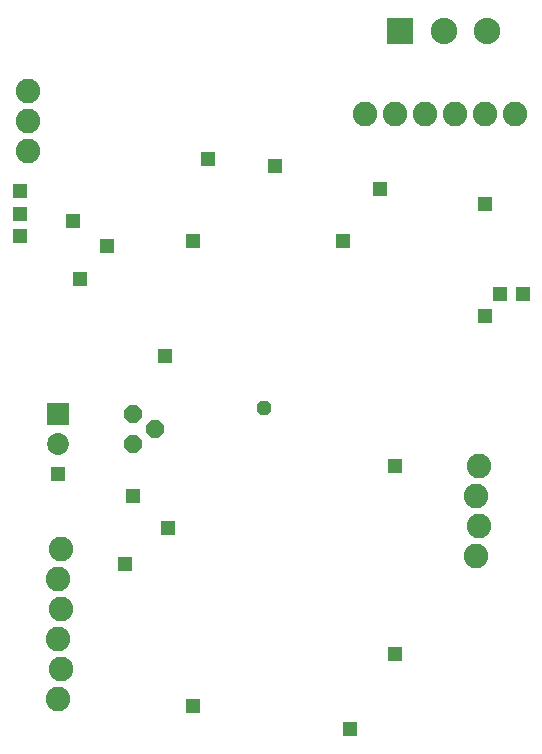
<source format=gbs>
G75*
%MOIN*%
%OFA0B0*%
%FSLAX24Y24*%
%IPPOS*%
%LPD*%
%AMOC8*
5,1,8,0,0,1.08239X$1,22.5*
%
%ADD10R,0.0730X0.0730*%
%ADD11C,0.0730*%
%ADD12R,0.0880X0.0880*%
%ADD13C,0.0880*%
%ADD14C,0.0820*%
%ADD15OC8,0.0600*%
%ADD16R,0.0476X0.0476*%
%ADD17OC8,0.0476*%
D10*
X002490Y011960D03*
D11*
X002490Y010960D03*
D12*
X013920Y024710D03*
D13*
X015368Y024710D03*
X016816Y024710D03*
D14*
X002490Y002460D03*
X002590Y003460D03*
X002490Y004460D03*
X002590Y005460D03*
X002490Y006460D03*
X002590Y007460D03*
X001490Y020710D03*
X001490Y021710D03*
X001490Y022710D03*
X012740Y021960D03*
X013740Y021960D03*
X014740Y021960D03*
X015740Y021960D03*
X016740Y021960D03*
X017740Y021960D03*
X016540Y010210D03*
X016440Y009210D03*
X016540Y008210D03*
X016440Y007210D03*
D15*
X005740Y011460D03*
X004990Y010960D03*
X004990Y011960D03*
D16*
X006060Y013880D03*
X003240Y016460D03*
X004130Y017550D03*
X002990Y018390D03*
X001240Y018640D03*
X001240Y017890D03*
X001240Y019390D03*
X006990Y017710D03*
X007490Y020460D03*
X009740Y020210D03*
X011990Y017710D03*
X013240Y019460D03*
X016740Y018960D03*
X017240Y015960D03*
X016740Y015210D03*
X017990Y015960D03*
X013740Y010210D03*
X013740Y003960D03*
X012240Y001460D03*
X006990Y002210D03*
X004740Y006960D03*
X006160Y008170D03*
X004990Y009210D03*
X002490Y009960D03*
X002740Y003460D03*
D17*
X009370Y012150D03*
M02*

</source>
